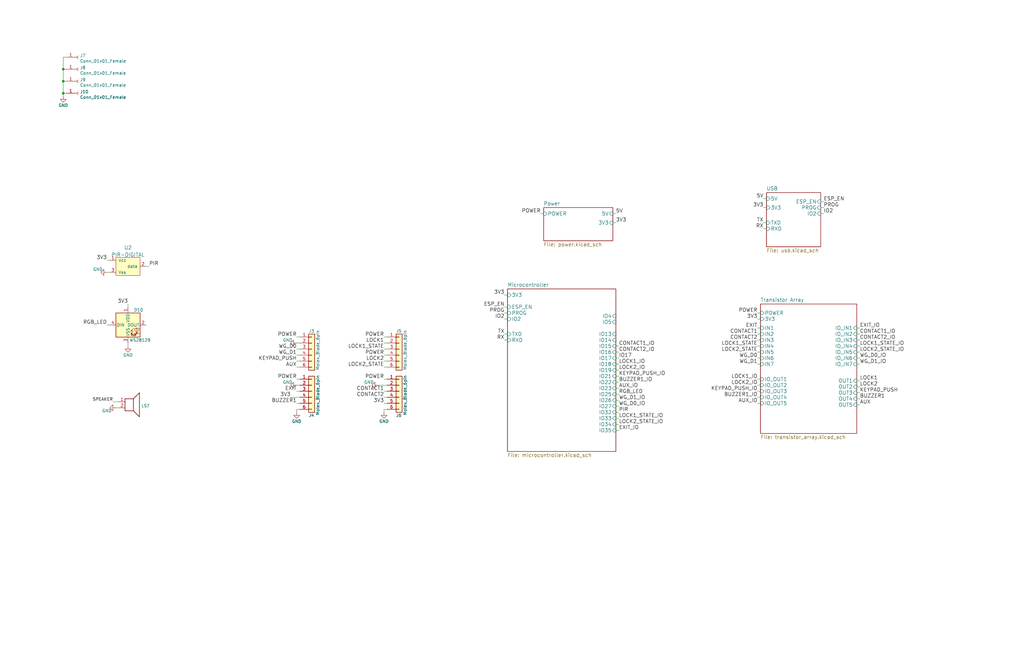
<source format=kicad_sch>
(kicad_sch (version 20211123) (generator eeschema)
  (paper "USLedger")
  (lib_symbols
    (symbol "Connector:Conn_01x01_Female" (pin_names (offset 1.016) hide)
      (property "Reference" "J" (at 0 2.54 0))
      (property "Value" "Connector_Conn_01x01_Female" (at 0 -2.54 0))
      (symbol "Conn_01x01_Female_1_1"
        (polyline (pts (xy -1.27 0) (xy -0.508 0)) (stroke (width 0.1524)))
        (arc (start 0 0.508) (mid -0.508 0) (end 0 -0.508) (stroke (width 0.1524)))
        (pin passive line (at -5.08 0 0) (length 3.81) (name "Pin_1") (number "1"))
      )
    )
    (symbol "LED:WS2812B" (pin_names (offset 0.254))
      (property "Reference" "D" (at 5.08 5.715 0))
      (property "Value" "WS2812B" (at 1.27 -5.715 0))
      (symbol "WS2812B_0_0"
        (text "RGB" (at 2.286 -4.191 0) (effects (font (size 0.762 0.762))))
      )
      (symbol "WS2812B_0_1"
        (polyline (pts (xy 1.27 -3.556) (xy 1.778 -3.556)))
        (polyline (pts (xy 1.27 -2.54) (xy 1.778 -2.54)))
        (polyline (pts (xy 4.699 -3.556) (xy 2.667 -3.556)))
        (polyline (pts (xy 2.286 -2.54) (xy 1.27 -3.556) (xy 1.27 -3.048)))
        (polyline (pts (xy 2.286 -1.524) (xy 1.27 -2.54) (xy 1.27 -2.032)))
        (polyline (pts (xy 3.683 -1.016) (xy 3.683 -3.556) (xy 3.683 -4.064)))
        (polyline (pts (xy 4.699 -1.524) (xy 2.667 -1.524) (xy 3.683 -3.556) (xy 4.699 -1.524)))
        (rectangle (start 5.08 5.08) (end -5.08 -5.08) (stroke (width 0.254)) (fill (type background)))
      )
      (symbol "WS2812B_1_1"
        (pin power_in line (at 0 7.62 270) (length 2.54) (name "VDD") (number "1"))
        (pin output line (at 7.62 0 180) (length 2.54) (name "DOUT") (number "2"))
        (pin power_in line (at 0 -7.62 90) (length 2.54) (name "VSS") (number "3"))
        (pin input line (at -7.62 0 0) (length 2.54) (name "DIN") (number "4"))
      )
    )
    (symbol "Open Automation:PIR-DIGITAL" (pin_names (offset 1.016))
      (property "Reference" "U" (at 5.08 -6.35 0))
      (property "Value" "PIR-DIGITAL" (at 1.27 3.81 0))
      (symbol "PIR-DIGITAL_0_1"
        (rectangle (start -3.81 2.54) (end 6.35 -5.08) (fill (type background)))
      )
      (symbol "PIR-DIGITAL_1_1"
        (pin input line (at -6.35 1.27 0) (length 2.54) (name "Vcc") (number "1"))
        (pin input line (at 8.89 -1.27 180) (length 2.54) (name "data") (number "2"))
        (pin input line (at -6.35 -3.81 0) (length 2.54) (name "Vss") (number "3"))
      )
    )
    (symbol "Open Automation:S_YXDZ" (pin_names (offset 0) hide)
      (property "Reference" "LS1" (at -1.27 -5.08 0))
      (symbol "S_YXDZ_0_0"
        (rectangle (start -2.54 1.27) (end 1.016 -3.81) (stroke (width 0.254)))
        (polyline (pts (xy 1.016 1.27) (xy 3.556 3.81) (xy 3.556 -6.35) (xy 1.016 -3.81)) (stroke (width 0.254)))
      )
      (symbol "S_YXDZ_1_1"
        (pin input line (at -5.08 0 0) (length 2.54) (name "1") (number "1"))
        (pin input line (at -5.08 -2.54 0) (length 2.54) (name "2") (number "2"))
      )
    )
    (symbol "power:GND" (power) (pin_names (offset 0))
      (property "Value" "power_GND" (at 0 -3.81 0))
      (symbol "GND_0_1"
        (polyline (pts (xy 0 0) (xy 0 -1.27) (xy 1.27 -1.27) (xy 0 -2.54) (xy -1.27 -1.27) (xy 0 -1.27)))
      )
      (symbol "GND_1_1"
        (pin power_in line (at 0 0 270) (length 0) hide (name "GND") (number "1"))
      )
    )
    (symbol "strike-controller-rescue:Molex_Blade_6pin-Open_Automation" (pin_names (offset 1.016) hide)
      (property "Reference" "J" (at 0 7.62 0))
      (property "Value" "Molex_Blade_6pin-Open_Automation" (at 0 -10.16 0))
      (symbol "Molex_Blade_6pin-Open_Automation_1_1"
        (rectangle (start -1.27 -7.493) (end 0 -7.747) (stroke (width 0.1524)))
        (rectangle (start -1.27 -4.953) (end 0 -5.207) (stroke (width 0.1524)))
        (rectangle (start -1.27 -2.413) (end 0 -2.667) (stroke (width 0.1524)))
        (rectangle (start -1.27 0.127) (end 0 -0.127) (stroke (width 0.1524)))
        (rectangle (start -1.27 2.667) (end 0 2.413) (stroke (width 0.1524)))
        (rectangle (start -1.27 5.207) (end 0 4.953) (stroke (width 0.1524)))
        (rectangle (start -1.27 6.35) (end 1.27 -8.89) (stroke (width 0.254)) (fill (type background)))
        (pin passive line (at -5.08 5.08 0) (length 3.81) (name "Pin_1") (number "1"))
        (pin passive line (at -5.08 2.54 0) (length 3.81) (name "Pin_2") (number "2"))
        (pin passive line (at -5.08 0 0) (length 3.81) (name "Pin_3") (number "3"))
        (pin passive line (at -5.08 -2.54 0) (length 3.81) (name "Pin_4") (number "4"))
        (pin passive line (at -5.08 -5.08 0) (length 3.81) (name "Pin_5") (number "5"))
        (pin passive line (at -5.08 -7.62 0) (length 3.81) (name "Pin_6") (number "6"))
      )
    )
  )
  (junction (at 26.67 34.29))
  (junction (at 26.67 29.21))
  (junction (at 26.67 39.37))
  (wire (pts (xy 319.405 138.43) (xy 320.675 138.43)))
  (wire (pts (xy 260.985 156.21) (xy 259.715 156.21)))
  (wire (pts (xy 45.085 114.935) (xy 46.355 114.935)))
  (wire (pts (xy 361.315 148.59) (xy 362.585 148.59)))
  (wire (pts (xy 260.985 171.45) (xy 259.715 171.45)))
  (wire (pts (xy 347.345 87.63) (xy 346.075 87.63)))
  (wire (pts (xy 45.085 137.16) (xy 46.355 137.16)))
  (wire (pts (xy 260.985 146.05) (xy 259.715 146.05)))
  (wire (pts (xy 125.095 154.94) (xy 126.365 154.94)))
  (wire (pts (xy 319.405 170.18) (xy 320.675 170.18)))
  (wire (pts (xy 260.985 181.61) (xy 259.715 181.61)))
  (wire (pts (xy 26.67 29.21) (xy 26.67 24.13)))
  (wire (pts (xy 319.405 148.59) (xy 320.675 148.59)))
  (wire (pts (xy 362.585 138.43) (xy 361.315 138.43)))
  (wire (pts (xy 212.725 134.62) (xy 213.995 134.62)))
  (wire (pts (xy 26.67 39.37) (xy 26.67 34.29)))
  (wire (pts (xy 26.67 24.13) (xy 27.94 24.13)))
  (wire (pts (xy 125.095 152.4) (xy 126.365 152.4)))
  (wire (pts (xy 125.095 172.72) (xy 126.365 172.72)))
  (wire (pts (xy 319.405 140.97) (xy 320.675 140.97)))
  (wire (pts (xy 161.925 173.99) (xy 161.925 172.72)))
  (wire (pts (xy 362.585 168.275) (xy 361.315 168.275)))
  (wire (pts (xy 212.725 129.54) (xy 213.995 129.54)))
  (wire (pts (xy 122.555 167.64) (xy 126.365 167.64)))
  (wire (pts (xy 319.405 153.67) (xy 320.675 153.67)))
  (wire (pts (xy 125.095 144.78) (xy 126.365 144.78)))
  (wire (pts (xy 26.67 40.64) (xy 26.67 39.37)))
  (wire (pts (xy 259.715 179.07) (xy 260.985 179.07)))
  (wire (pts (xy 259.715 176.53) (xy 260.985 176.53)))
  (wire (pts (xy 260.985 148.59) (xy 259.715 148.59)))
  (wire (pts (xy 125.095 170.18) (xy 126.365 170.18)))
  (wire (pts (xy 26.67 34.29) (xy 26.67 29.21)))
  (wire (pts (xy 125.095 142.24) (xy 126.365 142.24)))
  (wire (pts (xy 319.405 167.64) (xy 320.675 167.64)))
  (wire (pts (xy 321.945 83.82) (xy 323.215 83.82)))
  (wire (pts (xy 362.585 163.195) (xy 361.315 163.195)))
  (wire (pts (xy 227.965 90.17) (xy 229.235 90.17)))
  (wire (pts (xy 319.405 143.51) (xy 320.675 143.51)))
  (wire (pts (xy 161.925 152.4) (xy 163.195 152.4)))
  (wire (pts (xy 161.925 165.1) (xy 163.195 165.1)))
  (wire (pts (xy 258.445 93.98) (xy 259.715 93.98)))
  (wire (pts (xy 27.94 39.37) (xy 26.67 39.37)))
  (wire (pts (xy 260.985 163.83) (xy 259.715 163.83)))
  (wire (pts (xy 161.925 167.64) (xy 163.195 167.64)))
  (wire (pts (xy 260.985 151.13) (xy 259.715 151.13)))
  (wire (pts (xy 53.975 128.27) (xy 53.975 129.54)))
  (wire (pts (xy 161.925 170.18) (xy 163.195 170.18)))
  (wire (pts (xy 125.095 149.86) (xy 126.365 149.86)))
  (wire (pts (xy 347.345 85.09) (xy 346.075 85.09)))
  (wire (pts (xy 45.085 109.855) (xy 46.355 109.855)))
  (wire (pts (xy 53.975 144.78) (xy 53.975 146.05)))
  (wire (pts (xy 319.405 151.13) (xy 320.675 151.13)))
  (wire (pts (xy 212.725 140.97) (xy 213.995 140.97)))
  (wire (pts (xy 321.945 96.52) (xy 323.215 96.52)))
  (wire (pts (xy 362.585 170.815) (xy 361.315 170.815)))
  (wire (pts (xy 161.925 144.78) (xy 163.195 144.78)))
  (wire (pts (xy 27.94 29.21) (xy 26.67 29.21)))
  (wire (pts (xy 47.625 169.545) (xy 50.165 169.545)))
  (wire (pts (xy 319.405 146.05) (xy 320.675 146.05)))
  (wire (pts (xy 258.445 90.17) (xy 259.715 90.17)))
  (wire (pts (xy 319.405 160.02) (xy 320.675 160.02)))
  (wire (pts (xy 125.095 147.32) (xy 126.365 147.32)))
  (wire (pts (xy 321.945 87.63) (xy 323.215 87.63)))
  (wire (pts (xy 362.585 140.97) (xy 361.315 140.97)))
  (wire (pts (xy 161.925 154.94) (xy 163.195 154.94)))
  (wire (pts (xy 259.715 166.37) (xy 260.985 166.37)))
  (wire (pts (xy 27.94 34.29) (xy 26.67 34.29)))
  (wire (pts (xy 361.315 146.05) (xy 362.585 146.05)))
  (wire (pts (xy 260.985 161.29) (xy 259.715 161.29)))
  (wire (pts (xy 48.895 172.085) (xy 50.165 172.085)))
  (wire (pts (xy 319.405 132.08) (xy 320.675 132.08)))
  (wire (pts (xy 362.585 153.67) (xy 361.315 153.67)))
  (wire (pts (xy 61.595 112.395) (xy 62.865 112.395)))
  (wire (pts (xy 260.985 158.75) (xy 259.715 158.75)))
  (wire (pts (xy 161.925 142.24) (xy 163.195 142.24)))
  (wire (pts (xy 161.925 172.72) (xy 163.195 172.72)))
  (wire (pts (xy 212.725 132.08) (xy 213.995 132.08)))
  (wire (pts (xy 212.725 124.46) (xy 213.995 124.46)))
  (wire (pts (xy 161.925 147.32) (xy 163.195 147.32)))
  (wire (pts (xy 347.345 90.17) (xy 346.075 90.17)))
  (wire (pts (xy 362.585 143.51) (xy 361.315 143.51)))
  (wire (pts (xy 260.985 168.91) (xy 259.715 168.91)))
  (wire (pts (xy 319.405 134.62) (xy 320.675 134.62)))
  (wire (pts (xy 319.405 162.56) (xy 320.675 162.56)))
  (wire (pts (xy 362.585 165.735) (xy 361.315 165.735)))
  (wire (pts (xy 362.585 151.13) (xy 361.315 151.13)))
  (wire (pts (xy 125.095 160.02) (xy 126.365 160.02)))
  (wire (pts (xy 319.405 165.1) (xy 320.675 165.1)))
  (wire (pts (xy 125.095 162.56) (xy 126.365 162.56)))
  (wire (pts (xy 125.095 173.99) (xy 125.095 172.72)))
  (wire (pts (xy 159.385 162.56) (xy 163.195 162.56)))
  (wire (pts (xy 362.585 160.655) (xy 361.315 160.655)))
  (wire (pts (xy 161.925 149.86) (xy 163.195 149.86)))
  (wire (pts (xy 260.985 153.67) (xy 259.715 153.67)))
  (wire (pts (xy 161.925 160.02) (xy 163.195 160.02)))
  (wire (pts (xy 212.725 143.51) (xy 213.995 143.51)))
  (wire (pts (xy 125.095 165.1) (xy 126.365 165.1)))
  (wire (pts (xy 259.715 173.99) (xy 260.985 173.99)))
  (wire (pts (xy 321.945 93.98) (xy 323.215 93.98)))
  (label "IO17" (at 260.985 151.13 0) (effects (font (size 1.524 1.524))))
  (label "IO2" (at 347.345 90.17 0) (effects (font (size 1.524 1.524))))
  (label "CONTACT2_IO" (at 362.585 143.51 0) (effects (font (size 1.524 1.524))))
  (label "LOCK2" (at 362.585 163.195 0) (effects (font (size 1.524 1.524))))
  (label "LOCK1_IO" (at 319.405 160.02 180) (effects (font (size 1.524 1.524))))
  (label "POWER" (at 161.925 142.24 180) (effects (font (size 1.524 1.524))))
  (label "WG_D1_IO" (at 260.985 168.91 0) (effects (font (size 1.524 1.524))))
  (label "AUX" (at 362.585 170.815 0) (effects (font (size 1.524 1.524))))
  (label "BUZZER1" (at 362.585 168.275 0) (effects (font (size 1.524 1.524))))
  (label "CONTACT2_IO" (at 260.985 148.59 0) (effects (font (size 1.524 1.524))))
  (label "LOCK2_STATE_IO" (at 260.985 179.07 0) (effects (font (size 1.524 1.524))))
  (label "BUZZER1_IO" (at 260.985 161.29 0) (effects (font (size 1.524 1.524))))
  (label "BUZZER1" (at 125.095 170.18 180) (effects (font (size 1.524 1.524))))
  (label "TX" (at 321.945 93.98 180) (effects (font (size 1.524 1.524))))
  (label "CONTACT1" (at 161.925 165.1 180) (effects (font (size 1.524 1.524))))
  (label "5V" (at 259.715 90.17 0) (effects (font (size 1.524 1.524))))
  (label "PIR" (at 62.865 112.395 0) (effects (font (size 1.524 1.524))))
  (label "3V3" (at 259.715 93.98 0) (effects (font (size 1.524 1.524))))
  (label "ESP_EN" (at 347.345 85.09 0) (effects (font (size 1.524 1.524))))
  (label "LOCK2_STATE_IO" (at 362.585 148.59 0) (effects (font (size 1.524 1.524))))
  (label "WG_D0_IO" (at 260.985 171.45 0) (effects (font (size 1.524 1.524))))
  (label "PIR" (at 260.985 173.99 0) (effects (font (size 1.524 1.524))))
  (label "KEYPAD_PUSH" (at 362.585 165.735 0) (effects (font (size 1.524 1.524))))
  (label "AUX" (at 125.095 154.94 180) (effects (font (size 1.524 1.524))))
  (label "LOCK1_STATE" (at 161.925 147.32 180) (effects (font (size 1.524 1.524))))
  (label "WG_D1_IO" (at 362.585 153.67 0) (effects (font (size 1.524 1.524))))
  (label "EXIT_IO" (at 362.585 138.43 0) (effects (font (size 1.524 1.524))))
  (label "3V3" (at 319.405 134.62 180) (effects (font (size 1.524 1.524))))
  (label "AUX_IO" (at 260.985 163.83 0) (effects (font (size 1.524 1.524))))
  (label "3V3" (at 321.945 87.63 180) (effects (font (size 1.524 1.524))))
  (label "WG_D0_IO" (at 362.585 151.13 0) (effects (font (size 1.524 1.524))))
  (label "KEYPAD_PUSH_IO" (at 319.405 165.1 180) (effects (font (size 1.524 1.524))))
  (label "POWER" (at 125.095 160.02 180) (effects (font (size 1.524 1.524))))
  (label "3V3" (at 161.925 170.18 180) (effects (font (size 1.524 1.524))))
  (label "LOCK1" (at 161.925 144.78 180) (effects (font (size 1.524 1.524))))
  (label "POWER" (at 161.925 160.02 180) (effects (font (size 1.524 1.524))))
  (label "EXIT" (at 319.405 138.43 180) (effects (font (size 1.524 1.524))))
  (label "LOCK1_STATE" (at 319.405 146.05 180) (effects (font (size 1.524 1.524))))
  (label "POWER" (at 319.405 132.08 180) (effects (font (size 1.524 1.524))))
  (label "CONTACT1_IO" (at 362.585 140.97 0) (effects (font (size 1.524 1.524))))
  (label "RGB_LED" (at 45.085 137.16 180) (effects (font (size 1.524 1.524))))
  (label "AUX_IO" (at 319.405 170.18 180) (effects (font (size 1.524 1.524))))
  (label "CONTACT2" (at 161.925 167.64 180) (effects (font (size 1.524 1.524))))
  (label "RX" (at 212.725 143.51 180) (effects (font (size 1.524 1.524))))
  (label "3V3" (at 45.085 109.855 180) (effects (font (size 1.524 1.524))))
  (label "LOCK1_STATE_IO" (at 362.585 146.05 0) (effects (font (size 1.524 1.524))))
  (label "SPEAKER" (at 47.625 169.545 180))
  (label "IO2" (at 212.725 134.62 180) (effects (font (size 1.524 1.524))))
  (label "RGB_LED" (at 260.985 166.37 0) (effects (font (size 1.524 1.524))))
  (label "3V3" (at 212.725 124.46 180) (effects (font (size 1.524 1.524))))
  (label "LOCK2_STATE" (at 161.925 154.94 180) (effects (font (size 1.524 1.524))))
  (label "LOCK2_IO" (at 260.985 156.21 0) (effects (font (size 1.524 1.524))))
  (label "3V3" (at 53.975 128.27 180) (effects (font (size 1.524 1.524))))
  (label "KEYPAD_PUSH_IO" (at 260.985 158.75 0) (effects (font (size 1.524 1.524))))
  (label "WG_D0" (at 319.405 151.13 180) (effects (font (size 1.524 1.524))))
  (label "WG_D1" (at 319.405 153.67 180) (effects (font (size 1.524 1.524))))
  (label "PROG" (at 212.725 132.08 180) (effects (font (size 1.524 1.524))))
  (label "LOCK1_IO" (at 260.985 153.67 0) (effects (font (size 1.524 1.524))))
  (label "3V3" (at 122.555 167.64 180) (effects (font (size 1.524 1.524))))
  (label "CONTACT1" (at 319.405 140.97 180) (effects (font (size 1.524 1.524))))
  (label "RX" (at 321.945 96.52 180) (effects (font (size 1.524 1.524))))
  (label "CONTACT1_IO" (at 260.985 146.05 0) (effects (font (size 1.524 1.524))))
  (label "POWER" (at 125.095 142.24 180) (effects (font (size 1.524 1.524))))
  (label "WG_D1" (at 125.095 149.86 180) (effects (font (size 1.524 1.524))))
  (label "EXIT_IO" (at 260.985 181.61 0) (effects (font (size 1.524 1.524))))
  (label "LOCK2" (at 161.925 152.4 180) (effects (font (size 1.524 1.524))))
  (label "EXIT" (at 125.095 165.1 180) (effects (font (size 1.524 1.524))))
  (label "TX" (at 212.725 140.97 180) (effects (font (size 1.524 1.524))))
  (label "PROG" (at 347.345 87.63 0) (effects (font (size 1.524 1.524))))
  (label "LOCK2_IO" (at 319.405 162.56 180) (effects (font (size 1.524 1.524))))
  (label "5V" (at 321.945 83.82 180) (effects (font (size 1.524 1.524))))
  (label "POWER" (at 161.925 149.86 180) (effects (font (size 1.524 1.524))))
  (label "CONTACT2" (at 319.405 143.51 180) (effects (font (size 1.524 1.524))))
  (label "LOCK1" (at 362.585 160.655 0) (effects (font (size 1.524 1.524))))
  (label "WG_D0" (at 125.095 147.32 180) (effects (font (size 1.524 1.524))))
  (label "ESP_EN" (at 212.725 129.54 180) (effects (font (size 1.524 1.524))))
  (label "LOCK1_STATE_IO" (at 260.985 176.53 0) (effects (font (size 1.524 1.524))))
  (label "POWER" (at 227.965 90.17 180) (effects (font (size 1.524 1.524))))
  (label "KEYPAD_PUSH" (at 125.095 152.4 180) (effects (font (size 1.524 1.524))))
  (label "BUZZER1_IO" (at 319.405 167.64 180) (effects (font (size 1.524 1.524))))
  (label "LOCK2_STATE" (at 319.405 148.59 180) (effects (font (size 1.524 1.524))))
  (symbol (lib_id "Connector:Conn_01x01_Female") (at 33.02 24.13 0) (unit 1)
    (property "Reference" "J7" (at 33.7312 23.4696 0) (effects (justify left)))
    (property "Value" "Conn_01x01_Female" (at 33.7312 25.781 0) (effects (justify left)))
    (property "Footprint" "Open_Automation:Mount_Hole_1p5" (effects hide))
  )
  (symbol (lib_id "Connector:Conn_01x01_Female") (at 33.02 29.21 0) (unit 1)
    (property "Reference" "J8" (at 33.7312 28.5496 0) (effects (justify left)))
    (property "Value" "Conn_01x01_Female" (at 33.7312 30.861 0) (effects (justify left)))
    (property "Footprint" "Open_Automation:Mount_Hole_1p5" (effects hide))
  )
  (symbol (lib_id "Connector:Conn_01x01_Female") (at 33.02 34.29 0) (unit 1)
    (property "Reference" "J9" (at 33.7312 33.6296 0) (effects (justify left)))
    (property "Value" "Conn_01x01_Female" (at 33.7312 35.941 0) (effects (justify left)))
    (property "Footprint" "Open_Automation:Mount_Hole_1p5" (effects hide))
  )
  (symbol (lib_id "Connector:Conn_01x01_Female") (at 33.02 39.37 0) (unit 1)
    (property "Reference" "J10" (at 33.7312 38.7096 0) (effects (justify left)))
    (property "Value" "Conn_01x01_Female" (at 33.7312 41.021 0) (effects (justify left)))
    (property "Footprint" "Open_Automation:Mount_Hole_1p5" (effects hide))
  )
  (symbol (lib_id "power:GND") (at 26.67 40.64 0) (unit 1)
    (property "Reference" "#PWR0109" (effects hide))
    (property "Value" "GND" (at 26.67 44.45 0))
  )
  (symbol (lib_id "strike-controller-rescue:Molex_Blade_6pin-Open_Automation") (at 131.445 147.32 0) (unit 1)
    (property "Reference" "J3" (at 130.175 139.7 0) (effects (justify left)))
    (property "Value" "Molex_Blade_6pin" (at 133.985 156.21 90) (effects (justify left)))
    (property "Footprint" "Connector_Molex:Molex_PicoBlade_53261-0671_1x06-1MP_P1.25mm_Horizontal" (effects hide))
    (property "Datasheet" "https://datasheet.lcsc.com/lcsc/1912111437_MOLEX-533980671_C277393.pdf" (effects hide))
    (property "Part Number" "533980671" (effects hide))
    (property "LCSC" "C395347" (effects hide))
  )
  (symbol (lib_id "strike-controller-rescue:Molex_Blade_6pin-Open_Automation") (at 131.445 165.1 0) (unit 1)
    (property "Reference" "J4" (at 130.175 175.26 0) (effects (justify left)))
    (property "Value" "Molex_Blade_6pin" (at 133.985 175.26 90) (effects (justify left)))
    (property "Footprint" "Connector_Molex:Molex_PicoBlade_53261-0671_1x06-1MP_P1.25mm_Horizontal" (effects hide))
    (property "Datasheet" "https://datasheet.lcsc.com/lcsc/1912111437_MOLEX-533980671_C277393.pdf" (effects hide))
    (property "Part Number" "533980671" (effects hide))
    (property "LCSC" "C395347" (effects hide))
  )
  (symbol (lib_id "strike-controller-rescue:Molex_Blade_6pin-Open_Automation") (at 168.275 147.32 0) (unit 1)
    (property "Reference" "J5" (at 167.005 139.7 0) (effects (justify left)))
    (property "Value" "Molex_Blade_6pin" (at 170.815 156.21 90) (effects (justify left)))
    (property "Footprint" "Connector_Molex:Molex_PicoBlade_53261-0671_1x06-1MP_P1.25mm_Horizontal" (effects hide))
    (property "Datasheet" "https://datasheet.lcsc.com/lcsc/1912111437_MOLEX-533980671_C277393.pdf" (effects hide))
    (property "Part Number" "533980671" (effects hide))
    (property "LCSC" "C395347" (effects hide))
  )
  (symbol (lib_id "strike-controller-rescue:Molex_Blade_6pin-Open_Automation") (at 168.275 165.1 0) (unit 1)
    (property "Reference" "J6" (at 167.005 175.26 0) (effects (justify left)))
    (property "Value" "Molex_Blade_6pin" (at 170.815 175.26 90) (effects (justify left)))
    (property "Footprint" "Connector_Molex:Molex_PicoBlade_53261-0671_1x06-1MP_P1.25mm_Horizontal" (effects hide))
    (property "Datasheet" "https://datasheet.lcsc.com/lcsc/1912111437_MOLEX-533980671_C277393.pdf" (effects hide))
    (property "Part Number" "533980671" (effects hide))
    (property "LCSC" "C395347" (effects hide))
  )
  (symbol (lib_id "power:GND") (at 125.095 173.99 0) (mirror y) (unit 1)
    (property "Reference" "#PWR0106" (effects hide))
    (property "Value" "GND" (at 125.095 177.8 0))
  )
  (symbol (lib_id "power:GND") (at 161.925 173.99 0) (mirror y) (unit 1)
    (property "Reference" "#PWR0107" (effects hide))
    (property "Value" "GND" (at 161.925 177.8 0))
  )
  (symbol (lib_id "power:GND") (at 125.095 162.56 270) (mirror x) (unit 1)
    (property "Reference" "#PWR0104" (effects hide))
    (property "Value" "GND" (at 121.285 161.29 90))
  )
  (symbol (lib_id "power:GND") (at 48.895 172.085 270) (unit 1)
    (property "Reference" "#PWR?" (effects hide))
    (property "Value" "GND" (at 45.085 173.355 90))
  )
  (symbol (lib_id "LED:WS2812B") (at 53.975 137.16 0) (unit 1)
    (property "Reference" "D10" (at 58.42 130.81 0))
    (property "Value" "WS2812B" (at 59.055 143.51 0))
    (property "Footprint" "LED_SMD:LED_WS2812B_PLCC4_5.0x5.0mm_P3.2mm" (effects hide))
    (property "Datasheet" "https://cdn-shop.adafruit.com/datasheets/WS2812B.pdf" (effects hide))
  )
  (symbol (lib_id "Open Automation:S_YXDZ") (at 55.245 169.545 0) (unit 1)
    (property "Reference" "LS?" (at 59.563 171.2488 0) (effects (justify left)))
    (property "Value" "S_YXDZ" (effects hide))
    (property "Footprint" "Open_Automation:S_YXDZ" (effects hide))
    (property "Part Number" "YXDZ" (effects hide))
  )
  (symbol (lib_id "power:GND") (at 125.095 144.78 270) (unit 1)
    (property "Reference" "#PWR0105" (effects hide))
    (property "Value" "GND" (at 121.285 143.51 90))
  )
  (symbol (lib_id "power:GND") (at 159.385 162.56 270) (mirror x) (unit 1)
    (property "Reference" "#PWR0108" (effects hide))
    (property "Value" "GND" (at 155.575 161.29 90))
  )
  (symbol (lib_id "power:GND") (at 45.085 114.935 270) (unit 1)
    (property "Reference" "#PWR0116" (effects hide))
    (property "Value" "GND" (at 41.275 113.665 90))
  )
  (symbol (lib_id "power:GND") (at 53.975 146.05 0) (mirror y) (unit 1)
    (property "Reference" "#PWR0119" (effects hide))
    (property "Value" "GND" (at 53.975 149.86 0))
  )
  (symbol (lib_id "Open Automation:PIR-DIGITAL") (at 52.705 111.125 0) (unit 1)
    (property "Reference" "U2" (at 53.975 104.5009 0) (effects (font (size 1.524 1.524))))
    (property "Value" "PIR-DIGITAL" (at 53.975 107.4943 0) (effects (font (size 1.524 1.524))))
    (property "Footprint" "Package_TO_SOT_THT:TO-5-3" (effects hide))
    (property "Datasheet" "http://unusualelectronics.co.uk/wordpress/wp-content/uploads/Pir-AS312.pdf" (effects hide))
    (property "Part Number" "PYQ2898" (effects hide))
  )
  (sheet (at 213.995 121.92) (size 45.72 68.58)
    (property "Sheet name" "Microcontroller" (at 213.995 121.0814 0) (effects (font (size 1.524 1.524)) (justify left bottom)))
    (property "Sheet file" "microcontroller.kicad_sch" (at 213.995 191.1862 0) (effects (font (size 1.524 1.524)) (justify left top)))
    (pin "RXD" input (at 213.995 143.51 180) (effects (font (size 1.524 1.524))))
    (pin "TXD" input (at 213.995 140.97 180) (effects (font (size 1.524 1.524))))
    (pin "IO5" input (at 259.715 135.89 0) (effects (font (size 1.524 1.524))))
    (pin "3V3" input (at 213.995 124.46 180) (effects (font (size 1.524 1.524))))
    (pin "IO4" input (at 259.715 133.35 0) (effects (font (size 1.524 1.524))))
    (pin "IO33" input (at 259.715 176.53 0) (effects (font (size 1.524 1.524))))
    (pin "IO32" input (at 259.715 173.99 0) (effects (font (size 1.524 1.524))))
    (pin "IO18" input (at 259.715 153.67 0) (effects (font (size 1.524 1.524))))
    (pin "ESP_EN" input (at 213.995 129.54 180) (effects (font (size 1.524 1.524))))
    (pin "PROG" input (at 213.995 132.08 180) (effects (font (size 1.524 1.524))))
    (pin "IO35" input (at 259.715 181.61 0) (effects (font (size 1.524 1.524))))
    (pin "IO34" input (at 259.715 179.07 0) (effects (font (size 1.524 1.524))))
    (pin "IO16" input (at 259.715 148.59 0) (effects (font (size 1.524 1.524))))
    (pin "IO17" input (at 259.715 151.13 0) (effects (font (size 1.524 1.524))))
    (pin "IO13" input (at 259.715 140.97 0) (effects (font (size 1.524 1.524))))
    (pin "IO15" input (at 259.715 146.05 0) (effects (font (size 1.524 1.524))))
    (pin "IO25" input (at 259.715 166.37 0) (effects (font (size 1.524 1.524))))
    (pin "IO19" input (at 259.715 156.21 0) (effects (font (size 1.524 1.524))))
    (pin "IO23" input (at 259.715 163.83 0) (effects (font (size 1.524 1.524))))
    (pin "IO26" input (at 259.715 168.91 0) (effects (font (size 1.524 1.524))))
    (pin "IO27" input (at 259.715 171.45 0) (effects (font (size 1.524 1.524))))
    (pin "IO2" input (at 213.995 134.62 180) (effects (font (size 1.524 1.524))))
    (pin "IO22" input (at 259.715 161.29 0) (effects (font (size 1.524 1.524))))
    (pin "IO21" input (at 259.715 158.75 0) (effects (font (size 1.524 1.524))))
    (pin "IO14" input (at 259.715 143.51 0) (effects (font (size 1.524 1.524))))
  )
  (sheet (at 323.215 81.28) (size 22.86 22.86)
    (property "Sheet name" "USB" (at 323.215 80.4414 0) (effects (font (size 1.524 1.524)) (justify left bottom)))
    (property "Sheet file" "usb.kicad_sch" (at 323.215 104.8262 0) (effects (font (size 1.524 1.524)) (justify left top)))
    (pin "RXD" input (at 323.215 96.52 180) (effects (font (size 1.524 1.524))))
    (pin "TXD" input (at 323.215 93.98 180) (effects (font (size 1.524 1.524))))
    (pin "ESP_EN" input (at 346.075 85.09 0) (effects (font (size 1.524 1.524))))
    (pin "PROG" input (at 346.075 87.63 0) (effects (font (size 1.524 1.524))))
    (pin "3V3" input (at 323.215 87.63 180) (effects (font (size 1.524 1.524))))
    (pin "IO2" input (at 346.075 90.17 0) (effects (font (size 1.524 1.524))))
    (pin "5V" input (at 323.215 83.82 180) (effects (font (size 1.524 1.524))))
  )
  (sheet (at 229.235 87.63) (size 29.21 13.97)
    (property "Sheet name" "Power" (at 229.235 86.7914 0) (effects (font (size 1.524 1.524)) (justify left bottom)))
    (property "Sheet file" "power.kicad_sch" (at 229.235 102.2862 0) (effects (font (size 1.524 1.524)) (justify left top)))
    (pin "3V3" input (at 258.445 93.98 0) (effects (font (size 1.524 1.524))))
    (pin "POWER" input (at 229.235 90.17 180) (effects (font (size 1.524 1.524))))
    (pin "5V" input (at 258.445 90.17 0) (effects (font (size 1.524 1.524))))
  )
  (sheet (at 320.675 128.27) (size 40.64 54.61)
    (property "Sheet name" "Transistor Array" (at 320.675 127.4314 0) (effects (font (size 1.524 1.524)) (justify left bottom)))
    (property "Sheet file" "transistor_array.kicad_sch" (at 320.675 183.5662 0) (effects (font (size 1.524 1.524)) (justify left top)))
    (pin "IN1" input (at 320.675 138.43 180) (effects (font (size 1.524 1.524))))
    (pin "POWER" input (at 320.675 132.08 180) (effects (font (size 1.524 1.524))))
    (pin "IN2" input (at 320.675 140.97 180) (effects (font (size 1.524 1.524))))
    (pin "IN3" input (at 320.675 143.51 180) (effects (font (size 1.524 1.524))))
    (pin "IN4" input (at 320.675 146.05 180) (effects (font (size 1.524 1.524))))
    (pin "IN5" input (at 320.675 148.59 180) (effects (font (size 1.524 1.524))))
    (pin "OUT1" input (at 361.315 160.655 0) (effects (font (size 1.524 1.524))))
    (pin "OUT2" input (at 361.315 163.195 0) (effects (font (size 1.524 1.524))))
    (pin "OUT3" input (at 361.315 165.735 0) (effects (font (size 1.524 1.524))))
    (pin "OUT4" input (at 361.315 168.275 0) (effects (font (size 1.524 1.524))))
    (pin "OUT5" input (at 361.315 170.815 0) (effects (font (size 1.524 1.524))))
    (pin "3V3" input (at 320.675 134.62 180) (effects (font (size 1.524 1.524))))
    (pin "IO_IN1" input (at 361.315 138.43 0) (effects (font (size 1.524 1.524))))
    (pin "IO_IN2" input (at 361.315 140.97 0) (effects (font (size 1.524 1.524))))
    (pin "IO_IN3" input (at 361.315 143.51 0) (effects (font (size 1.524 1.524))))
    (pin "IO_IN4" input (at 361.315 146.05 0) (effects (font (size 1.524 1.524))))
    (pin "IO_IN5" input (at 361.315 148.59 0) (effects (font (size 1.524 1.524))))
    (pin "IO_OUT1" input (at 320.675 160.02 180) (effects (font (size 1.524 1.524))))
    (pin "IO_OUT2" input (at 320.675 162.56 180) (effects (font (size 1.524 1.524))))
    (pin "IO_OUT4" input (at 320.675 167.64 180) (effects (font (size 1.524 1.524))))
    (pin "IO_OUT3" input (at 320.675 165.1 180) (effects (font (size 1.524 1.524))))
    (pin "IO_OUT5" input (at 320.675 170.18 180) (effects (font (size 1.524 1.524))))
    (pin "IN6" input (at 320.675 151.13 180) (effects (font (size 1.524 1.524))))
    (pin "IN7" input (at 320.675 153.67 180) (effects (font (size 1.524 1.524))))
    (pin "IO_IN6" input (at 361.315 151.13 0) (effects (font (size 1.524 1.524))))
    (pin "IO_IN7" input (at 361.315 153.67 0) (effects (font (size 1.524 1.524))))
  )
)
</source>
